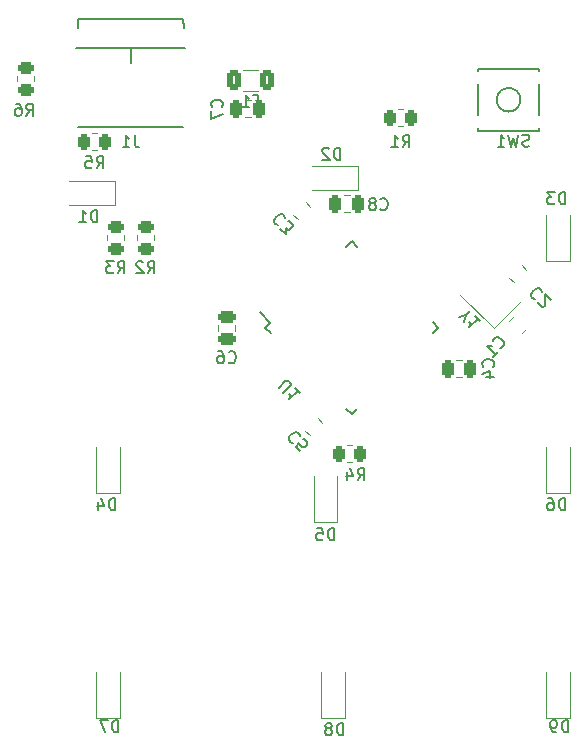
<source format=gbo>
%TF.GenerationSoftware,KiCad,Pcbnew,(6.0.10)*%
%TF.CreationDate,2023-01-30T18:20:24-07:00*%
%TF.ProjectId,nepcropad,6e657063-726f-4706-9164-2e6b69636164,rev?*%
%TF.SameCoordinates,Original*%
%TF.FileFunction,Legend,Bot*%
%TF.FilePolarity,Positive*%
%FSLAX46Y46*%
G04 Gerber Fmt 4.6, Leading zero omitted, Abs format (unit mm)*
G04 Created by KiCad (PCBNEW (6.0.10)) date 2023-01-30 18:20:24*
%MOMM*%
%LPD*%
G01*
G04 APERTURE LIST*
G04 Aperture macros list*
%AMRoundRect*
0 Rectangle with rounded corners*
0 $1 Rounding radius*
0 $2 $3 $4 $5 $6 $7 $8 $9 X,Y pos of 4 corners*
0 Add a 4 corners polygon primitive as box body*
4,1,4,$2,$3,$4,$5,$6,$7,$8,$9,$2,$3,0*
0 Add four circle primitives for the rounded corners*
1,1,$1+$1,$2,$3*
1,1,$1+$1,$4,$5*
1,1,$1+$1,$6,$7*
1,1,$1+$1,$8,$9*
0 Add four rect primitives between the rounded corners*
20,1,$1+$1,$2,$3,$4,$5,0*
20,1,$1+$1,$4,$5,$6,$7,0*
20,1,$1+$1,$6,$7,$8,$9,0*
20,1,$1+$1,$8,$9,$2,$3,0*%
%AMHorizOval*
0 Thick line with rounded ends*
0 $1 width*
0 $2 $3 position (X,Y) of the first rounded end (center of the circle)*
0 $4 $5 position (X,Y) of the second rounded end (center of the circle)*
0 Add line between two ends*
20,1,$1,$2,$3,$4,$5,0*
0 Add two circle primitives to create the rounded ends*
1,1,$1,$2,$3*
1,1,$1,$4,$5*%
%AMRotRect*
0 Rectangle, with rotation*
0 The origin of the aperture is its center*
0 $1 length*
0 $2 width*
0 $3 Rotation angle, in degrees counterclockwise*
0 Add horizontal line*
21,1,$1,$2,0,0,$3*%
G04 Aperture macros list end*
%ADD10C,0.150000*%
%ADD11C,0.120000*%
%ADD12C,1.750000*%
%ADD13C,3.987800*%
%ADD14HorizOval,2.250000X0.655001X0.730000X-0.655001X-0.730000X0*%
%ADD15C,2.250000*%
%ADD16HorizOval,2.250000X0.020000X0.290000X-0.020000X-0.290000X0*%
%ADD17RoundRect,0.250000X0.250000X0.475000X-0.250000X0.475000X-0.250000X-0.475000X0.250000X-0.475000X0*%
%ADD18R,0.900000X1.200000*%
%ADD19RoundRect,0.250000X0.450000X-0.262500X0.450000X0.262500X-0.450000X0.262500X-0.450000X-0.262500X0*%
%ADD20R,1.200000X0.900000*%
%ADD21RoundRect,0.250000X0.512652X0.159099X0.159099X0.512652X-0.512652X-0.159099X-0.159099X-0.512652X0*%
%ADD22RoundRect,0.250000X-0.450000X0.262500X-0.450000X-0.262500X0.450000X-0.262500X0.450000X0.262500X0*%
%ADD23RoundRect,0.250000X0.262500X0.450000X-0.262500X0.450000X-0.262500X-0.450000X0.262500X-0.450000X0*%
%ADD24RoundRect,0.250000X-0.375000X-0.625000X0.375000X-0.625000X0.375000X0.625000X-0.375000X0.625000X0*%
%ADD25C,0.650000*%
%ADD26O,0.900000X1.700000*%
%ADD27O,0.900000X2.400000*%
%ADD28R,1.800000X1.100000*%
%ADD29RoundRect,0.250000X-0.262500X-0.450000X0.262500X-0.450000X0.262500X0.450000X-0.262500X0.450000X0*%
%ADD30RoundRect,0.250000X-0.512652X-0.159099X-0.159099X-0.512652X0.512652X0.159099X0.159099X0.512652X0*%
%ADD31RotRect,1.500000X0.550000X315.000000*%
%ADD32RotRect,1.500000X0.550000X225.000000*%
%ADD33RoundRect,0.250000X-0.250000X-0.475000X0.250000X-0.475000X0.250000X0.475000X-0.250000X0.475000X0*%
%ADD34RotRect,1.400000X1.200000X135.000000*%
%ADD35RoundRect,0.250000X-0.159099X0.512652X-0.512652X0.159099X0.159099X-0.512652X0.512652X-0.159099X0*%
%ADD36RoundRect,0.250000X-0.475000X0.250000X-0.475000X-0.250000X0.475000X-0.250000X0.475000X0.250000X0*%
G04 APERTURE END LIST*
D10*
%TO.C,C8*%
X165927066Y-68683142D02*
X165974685Y-68730761D01*
X166117542Y-68778380D01*
X166212780Y-68778380D01*
X166355638Y-68730761D01*
X166450876Y-68635523D01*
X166498495Y-68540285D01*
X166546114Y-68349809D01*
X166546114Y-68206952D01*
X166498495Y-68016476D01*
X166450876Y-67921238D01*
X166355638Y-67826000D01*
X166212780Y-67778380D01*
X166117542Y-67778380D01*
X165974685Y-67826000D01*
X165927066Y-67873619D01*
X165355638Y-68206952D02*
X165450876Y-68159333D01*
X165498495Y-68111714D01*
X165546114Y-68016476D01*
X165546114Y-67968857D01*
X165498495Y-67873619D01*
X165450876Y-67826000D01*
X165355638Y-67778380D01*
X165165161Y-67778380D01*
X165069923Y-67826000D01*
X165022304Y-67873619D01*
X164974685Y-67968857D01*
X164974685Y-68016476D01*
X165022304Y-68111714D01*
X165069923Y-68159333D01*
X165165161Y-68206952D01*
X165355638Y-68206952D01*
X165450876Y-68254571D01*
X165498495Y-68302190D01*
X165546114Y-68397428D01*
X165546114Y-68587904D01*
X165498495Y-68683142D01*
X165450876Y-68730761D01*
X165355638Y-68778380D01*
X165165161Y-68778380D01*
X165069923Y-68730761D01*
X165022304Y-68683142D01*
X164974685Y-68587904D01*
X164974685Y-68397428D01*
X165022304Y-68302190D01*
X165069923Y-68254571D01*
X165165161Y-68206952D01*
%TO.C,D2*%
X162536095Y-64492380D02*
X162536095Y-63492380D01*
X162298000Y-63492380D01*
X162155142Y-63540000D01*
X162059904Y-63635238D01*
X162012285Y-63730476D01*
X161964666Y-63920952D01*
X161964666Y-64063809D01*
X162012285Y-64254285D01*
X162059904Y-64349523D01*
X162155142Y-64444761D01*
X162298000Y-64492380D01*
X162536095Y-64492380D01*
X161583714Y-63587619D02*
X161536095Y-63540000D01*
X161440857Y-63492380D01*
X161202761Y-63492380D01*
X161107523Y-63540000D01*
X161059904Y-63587619D01*
X161012285Y-63682857D01*
X161012285Y-63778095D01*
X161059904Y-63920952D01*
X161631333Y-64492380D01*
X161012285Y-64492380D01*
%TO.C,R6*%
X135929666Y-60777380D02*
X136263000Y-60301190D01*
X136501095Y-60777380D02*
X136501095Y-59777380D01*
X136120142Y-59777380D01*
X136024904Y-59825000D01*
X135977285Y-59872619D01*
X135929666Y-59967857D01*
X135929666Y-60110714D01*
X135977285Y-60205952D01*
X136024904Y-60253571D01*
X136120142Y-60301190D01*
X136501095Y-60301190D01*
X135072523Y-59777380D02*
X135263000Y-59777380D01*
X135358238Y-59825000D01*
X135405857Y-59872619D01*
X135501095Y-60015476D01*
X135548714Y-60205952D01*
X135548714Y-60586904D01*
X135501095Y-60682142D01*
X135453476Y-60729761D01*
X135358238Y-60777380D01*
X135167761Y-60777380D01*
X135072523Y-60729761D01*
X135024904Y-60682142D01*
X134977285Y-60586904D01*
X134977285Y-60348809D01*
X135024904Y-60253571D01*
X135072523Y-60205952D01*
X135167761Y-60158333D01*
X135358238Y-60158333D01*
X135453476Y-60205952D01*
X135501095Y-60253571D01*
X135548714Y-60348809D01*
%TO.C,D5*%
X162028095Y-96718380D02*
X162028095Y-95718380D01*
X161790000Y-95718380D01*
X161647142Y-95766000D01*
X161551904Y-95861238D01*
X161504285Y-95956476D01*
X161456666Y-96146952D01*
X161456666Y-96289809D01*
X161504285Y-96480285D01*
X161551904Y-96575523D01*
X161647142Y-96670761D01*
X161790000Y-96718380D01*
X162028095Y-96718380D01*
X160551904Y-95718380D02*
X161028095Y-95718380D01*
X161075714Y-96194571D01*
X161028095Y-96146952D01*
X160932857Y-96099333D01*
X160694761Y-96099333D01*
X160599523Y-96146952D01*
X160551904Y-96194571D01*
X160504285Y-96289809D01*
X160504285Y-96527904D01*
X160551904Y-96623142D01*
X160599523Y-96670761D01*
X160694761Y-96718380D01*
X160932857Y-96718380D01*
X161028095Y-96670761D01*
X161075714Y-96623142D01*
%TO.C,D4*%
X143486095Y-94178380D02*
X143486095Y-93178380D01*
X143248000Y-93178380D01*
X143105142Y-93226000D01*
X143009904Y-93321238D01*
X142962285Y-93416476D01*
X142914666Y-93606952D01*
X142914666Y-93749809D01*
X142962285Y-93940285D01*
X143009904Y-94035523D01*
X143105142Y-94130761D01*
X143248000Y-94178380D01*
X143486095Y-94178380D01*
X142057523Y-93511714D02*
X142057523Y-94178380D01*
X142295619Y-93130761D02*
X142533714Y-93845047D01*
X141914666Y-93845047D01*
%TO.C,C3*%
X157868687Y-69479610D02*
X157868687Y-69412267D01*
X157801343Y-69277580D01*
X157734000Y-69210236D01*
X157599312Y-69142893D01*
X157464625Y-69142893D01*
X157363610Y-69176564D01*
X157195251Y-69277580D01*
X157094236Y-69378595D01*
X156993221Y-69546954D01*
X156959549Y-69647969D01*
X156959549Y-69782656D01*
X157026893Y-69917343D01*
X157094236Y-69984687D01*
X157228923Y-70052030D01*
X157296267Y-70052030D01*
X157464625Y-70355076D02*
X157902358Y-70792809D01*
X157936030Y-70287732D01*
X158037045Y-70388748D01*
X158138061Y-70422419D01*
X158205404Y-70422419D01*
X158306419Y-70388748D01*
X158474778Y-70220389D01*
X158508450Y-70119374D01*
X158508450Y-70052030D01*
X158474778Y-69951015D01*
X158272748Y-69748984D01*
X158171732Y-69715312D01*
X158104389Y-69715312D01*
%TO.C,D6*%
X181586095Y-94178380D02*
X181586095Y-93178380D01*
X181348000Y-93178380D01*
X181205142Y-93226000D01*
X181109904Y-93321238D01*
X181062285Y-93416476D01*
X181014666Y-93606952D01*
X181014666Y-93749809D01*
X181062285Y-93940285D01*
X181109904Y-94035523D01*
X181205142Y-94130761D01*
X181348000Y-94178380D01*
X181586095Y-94178380D01*
X180157523Y-93178380D02*
X180348000Y-93178380D01*
X180443238Y-93226000D01*
X180490857Y-93273619D01*
X180586095Y-93416476D01*
X180633714Y-93606952D01*
X180633714Y-93987904D01*
X180586095Y-94083142D01*
X180538476Y-94130761D01*
X180443238Y-94178380D01*
X180252761Y-94178380D01*
X180157523Y-94130761D01*
X180109904Y-94083142D01*
X180062285Y-93987904D01*
X180062285Y-93749809D01*
X180109904Y-93654571D01*
X180157523Y-93606952D01*
X180252761Y-93559333D01*
X180443238Y-93559333D01*
X180538476Y-93606952D01*
X180586095Y-93654571D01*
X180633714Y-93749809D01*
%TO.C,R2*%
X146216666Y-74112380D02*
X146550000Y-73636190D01*
X146788095Y-74112380D02*
X146788095Y-73112380D01*
X146407142Y-73112380D01*
X146311904Y-73160000D01*
X146264285Y-73207619D01*
X146216666Y-73302857D01*
X146216666Y-73445714D01*
X146264285Y-73540952D01*
X146311904Y-73588571D01*
X146407142Y-73636190D01*
X146788095Y-73636190D01*
X145835714Y-73207619D02*
X145788095Y-73160000D01*
X145692857Y-73112380D01*
X145454761Y-73112380D01*
X145359523Y-73160000D01*
X145311904Y-73207619D01*
X145264285Y-73302857D01*
X145264285Y-73398095D01*
X145311904Y-73540952D01*
X145883333Y-74112380D01*
X145264285Y-74112380D01*
%TO.C,D7*%
X143740095Y-112974380D02*
X143740095Y-111974380D01*
X143502000Y-111974380D01*
X143359142Y-112022000D01*
X143263904Y-112117238D01*
X143216285Y-112212476D01*
X143168666Y-112402952D01*
X143168666Y-112545809D01*
X143216285Y-112736285D01*
X143263904Y-112831523D01*
X143359142Y-112926761D01*
X143502000Y-112974380D01*
X143740095Y-112974380D01*
X142835333Y-111974380D02*
X142168666Y-111974380D01*
X142597238Y-112974380D01*
%TO.C,R5*%
X141898666Y-65222380D02*
X142232000Y-64746190D01*
X142470095Y-65222380D02*
X142470095Y-64222380D01*
X142089142Y-64222380D01*
X141993904Y-64270000D01*
X141946285Y-64317619D01*
X141898666Y-64412857D01*
X141898666Y-64555714D01*
X141946285Y-64650952D01*
X141993904Y-64698571D01*
X142089142Y-64746190D01*
X142470095Y-64746190D01*
X140993904Y-64222380D02*
X141470095Y-64222380D01*
X141517714Y-64698571D01*
X141470095Y-64650952D01*
X141374857Y-64603333D01*
X141136761Y-64603333D01*
X141041523Y-64650952D01*
X140993904Y-64698571D01*
X140946285Y-64793809D01*
X140946285Y-65031904D01*
X140993904Y-65127142D01*
X141041523Y-65174761D01*
X141136761Y-65222380D01*
X141374857Y-65222380D01*
X141470095Y-65174761D01*
X141517714Y-65127142D01*
%TO.C,R3*%
X143676666Y-74112380D02*
X144010000Y-73636190D01*
X144248095Y-74112380D02*
X144248095Y-73112380D01*
X143867142Y-73112380D01*
X143771904Y-73160000D01*
X143724285Y-73207619D01*
X143676666Y-73302857D01*
X143676666Y-73445714D01*
X143724285Y-73540952D01*
X143771904Y-73588571D01*
X143867142Y-73636190D01*
X144248095Y-73636190D01*
X143343333Y-73112380D02*
X142724285Y-73112380D01*
X143057619Y-73493333D01*
X142914761Y-73493333D01*
X142819523Y-73540952D01*
X142771904Y-73588571D01*
X142724285Y-73683809D01*
X142724285Y-73921904D01*
X142771904Y-74017142D01*
X142819523Y-74064761D01*
X142914761Y-74112380D01*
X143200476Y-74112380D01*
X143295714Y-74064761D01*
X143343333Y-74017142D01*
%TO.C,F1*%
X155273333Y-59533571D02*
X155606666Y-59533571D01*
X155606666Y-60057380D02*
X155606666Y-59057380D01*
X155130476Y-59057380D01*
X154225714Y-60057380D02*
X154797142Y-60057380D01*
X154511428Y-60057380D02*
X154511428Y-59057380D01*
X154606666Y-59200238D01*
X154701904Y-59295476D01*
X154797142Y-59343095D01*
%TO.C,J1*%
X145113333Y-62444380D02*
X145113333Y-63158666D01*
X145160952Y-63301523D01*
X145256190Y-63396761D01*
X145399047Y-63444380D01*
X145494285Y-63444380D01*
X144113333Y-63444380D02*
X144684761Y-63444380D01*
X144399047Y-63444380D02*
X144399047Y-62444380D01*
X144494285Y-62587238D01*
X144589523Y-62682476D01*
X144684761Y-62730095D01*
%TO.C,SW1*%
X178523733Y-63345961D02*
X178380876Y-63393580D01*
X178142780Y-63393580D01*
X178047542Y-63345961D01*
X177999923Y-63298342D01*
X177952304Y-63203104D01*
X177952304Y-63107866D01*
X177999923Y-63012628D01*
X178047542Y-62965009D01*
X178142780Y-62917390D01*
X178333257Y-62869771D01*
X178428495Y-62822152D01*
X178476114Y-62774533D01*
X178523733Y-62679295D01*
X178523733Y-62584057D01*
X178476114Y-62488819D01*
X178428495Y-62441200D01*
X178333257Y-62393580D01*
X178095161Y-62393580D01*
X177952304Y-62441200D01*
X177618971Y-62393580D02*
X177380876Y-63393580D01*
X177190400Y-62679295D01*
X176999923Y-63393580D01*
X176761828Y-62393580D01*
X175857066Y-63393580D02*
X176428495Y-63393580D01*
X176142780Y-63393580D02*
X176142780Y-62393580D01*
X176238019Y-62536438D01*
X176333257Y-62631676D01*
X176428495Y-62679295D01*
%TO.C,C7*%
X152503142Y-60031333D02*
X152550761Y-59983714D01*
X152598380Y-59840857D01*
X152598380Y-59745619D01*
X152550761Y-59602761D01*
X152455523Y-59507523D01*
X152360285Y-59459904D01*
X152169809Y-59412285D01*
X152026952Y-59412285D01*
X151836476Y-59459904D01*
X151741238Y-59507523D01*
X151646000Y-59602761D01*
X151598380Y-59745619D01*
X151598380Y-59840857D01*
X151646000Y-59983714D01*
X151693619Y-60031333D01*
X151598380Y-60364666D02*
X151598380Y-61031333D01*
X152598380Y-60602761D01*
%TO.C,R1*%
X167806666Y-63444380D02*
X168140000Y-62968190D01*
X168378095Y-63444380D02*
X168378095Y-62444380D01*
X167997142Y-62444380D01*
X167901904Y-62492000D01*
X167854285Y-62539619D01*
X167806666Y-62634857D01*
X167806666Y-62777714D01*
X167854285Y-62872952D01*
X167901904Y-62920571D01*
X167997142Y-62968190D01*
X168378095Y-62968190D01*
X166854285Y-63444380D02*
X167425714Y-63444380D01*
X167140000Y-63444380D02*
X167140000Y-62444380D01*
X167235238Y-62587238D01*
X167330476Y-62682476D01*
X167425714Y-62730095D01*
%TO.C,D1*%
X141962095Y-69794380D02*
X141962095Y-68794380D01*
X141724000Y-68794380D01*
X141581142Y-68842000D01*
X141485904Y-68937238D01*
X141438285Y-69032476D01*
X141390666Y-69222952D01*
X141390666Y-69365809D01*
X141438285Y-69556285D01*
X141485904Y-69651523D01*
X141581142Y-69746761D01*
X141724000Y-69794380D01*
X141962095Y-69794380D01*
X140438285Y-69794380D02*
X141009714Y-69794380D01*
X140724000Y-69794380D02*
X140724000Y-68794380D01*
X140819238Y-68937238D01*
X140914476Y-69032476D01*
X141009714Y-69080095D01*
%TO.C,D3*%
X181586095Y-68270380D02*
X181586095Y-67270380D01*
X181348000Y-67270380D01*
X181205142Y-67318000D01*
X181109904Y-67413238D01*
X181062285Y-67508476D01*
X181014666Y-67698952D01*
X181014666Y-67841809D01*
X181062285Y-68032285D01*
X181109904Y-68127523D01*
X181205142Y-68222761D01*
X181348000Y-68270380D01*
X181586095Y-68270380D01*
X180681333Y-67270380D02*
X180062285Y-67270380D01*
X180395619Y-67651333D01*
X180252761Y-67651333D01*
X180157523Y-67698952D01*
X180109904Y-67746571D01*
X180062285Y-67841809D01*
X180062285Y-68079904D01*
X180109904Y-68175142D01*
X180157523Y-68222761D01*
X180252761Y-68270380D01*
X180538476Y-68270380D01*
X180633714Y-68222761D01*
X180681333Y-68175142D01*
%TO.C,C5*%
X159087887Y-87920010D02*
X159087887Y-87852667D01*
X159020543Y-87717980D01*
X158953200Y-87650636D01*
X158818512Y-87583293D01*
X158683825Y-87583293D01*
X158582810Y-87616964D01*
X158414451Y-87717980D01*
X158313436Y-87818995D01*
X158212421Y-87987354D01*
X158178749Y-88088369D01*
X158178749Y-88223056D01*
X158246093Y-88357743D01*
X158313436Y-88425087D01*
X158448123Y-88492430D01*
X158515467Y-88492430D01*
X159087887Y-89199537D02*
X158751169Y-88862819D01*
X159054215Y-88492430D01*
X159054215Y-88559774D01*
X159087887Y-88660789D01*
X159256245Y-88829148D01*
X159357261Y-88862819D01*
X159424604Y-88862819D01*
X159525619Y-88829148D01*
X159693978Y-88660789D01*
X159727650Y-88559774D01*
X159727650Y-88492430D01*
X159693978Y-88391415D01*
X159525619Y-88223056D01*
X159424604Y-88189384D01*
X159357261Y-88189384D01*
%TO.C,U1*%
X157318580Y-83856423D02*
X157891000Y-83284003D01*
X157992015Y-83250331D01*
X158059359Y-83250331D01*
X158160374Y-83284003D01*
X158295061Y-83418690D01*
X158328733Y-83519705D01*
X158328733Y-83587049D01*
X158295061Y-83688064D01*
X157722641Y-84260484D01*
X159136855Y-84260484D02*
X158732794Y-83856423D01*
X158934824Y-84058453D02*
X158227718Y-84765560D01*
X158261389Y-84597201D01*
X158261389Y-84462514D01*
X158227718Y-84361499D01*
%TO.C,C4*%
X175464742Y-82027733D02*
X175512361Y-81980114D01*
X175559980Y-81837257D01*
X175559980Y-81742019D01*
X175512361Y-81599161D01*
X175417123Y-81503923D01*
X175321885Y-81456304D01*
X175131409Y-81408685D01*
X174988552Y-81408685D01*
X174798076Y-81456304D01*
X174702838Y-81503923D01*
X174607600Y-81599161D01*
X174559980Y-81742019D01*
X174559980Y-81837257D01*
X174607600Y-81980114D01*
X174655219Y-82027733D01*
X174893314Y-82884876D02*
X175559980Y-82884876D01*
X174512361Y-82646780D02*
X175226647Y-82408685D01*
X175226647Y-83027733D01*
%TO.C,D8*%
X162790095Y-113228380D02*
X162790095Y-112228380D01*
X162552000Y-112228380D01*
X162409142Y-112276000D01*
X162313904Y-112371238D01*
X162266285Y-112466476D01*
X162218666Y-112656952D01*
X162218666Y-112799809D01*
X162266285Y-112990285D01*
X162313904Y-113085523D01*
X162409142Y-113180761D01*
X162552000Y-113228380D01*
X162790095Y-113228380D01*
X161647238Y-112656952D02*
X161742476Y-112609333D01*
X161790095Y-112561714D01*
X161837714Y-112466476D01*
X161837714Y-112418857D01*
X161790095Y-112323619D01*
X161742476Y-112276000D01*
X161647238Y-112228380D01*
X161456761Y-112228380D01*
X161361523Y-112276000D01*
X161313904Y-112323619D01*
X161266285Y-112418857D01*
X161266285Y-112466476D01*
X161313904Y-112561714D01*
X161361523Y-112609333D01*
X161456761Y-112656952D01*
X161647238Y-112656952D01*
X161742476Y-112704571D01*
X161790095Y-112752190D01*
X161837714Y-112847428D01*
X161837714Y-113037904D01*
X161790095Y-113133142D01*
X161742476Y-113180761D01*
X161647238Y-113228380D01*
X161456761Y-113228380D01*
X161361523Y-113180761D01*
X161313904Y-113133142D01*
X161266285Y-113037904D01*
X161266285Y-112847428D01*
X161313904Y-112752190D01*
X161361523Y-112704571D01*
X161456761Y-112656952D01*
%TO.C,C2*%
X179601896Y-75741447D02*
X179601896Y-75674104D01*
X179534552Y-75539417D01*
X179467209Y-75472073D01*
X179332521Y-75404730D01*
X179197834Y-75404730D01*
X179096819Y-75438401D01*
X178928460Y-75539417D01*
X178827445Y-75640432D01*
X178726430Y-75808791D01*
X178692758Y-75909806D01*
X178692758Y-76044493D01*
X178760102Y-76179180D01*
X178827445Y-76246524D01*
X178962132Y-76313867D01*
X179029476Y-76313867D01*
X179298850Y-76583241D02*
X179298850Y-76650585D01*
X179332521Y-76751600D01*
X179500880Y-76919959D01*
X179601896Y-76953630D01*
X179669239Y-76953630D01*
X179770254Y-76919959D01*
X179837598Y-76852615D01*
X179904941Y-76717928D01*
X179904941Y-75909806D01*
X180342674Y-76347539D01*
%TO.C,Y1*%
X173179246Y-77658118D02*
X173515964Y-77321400D01*
X172573155Y-77792805D02*
X173179246Y-77658118D01*
X173044559Y-78264209D01*
X174357757Y-78163194D02*
X173953696Y-77759133D01*
X174155727Y-77961164D02*
X173448620Y-78668270D01*
X173482292Y-78499912D01*
X173482292Y-78365225D01*
X173448620Y-78264209D01*
%TO.C,R4*%
X163996666Y-91638380D02*
X164330000Y-91162190D01*
X164568095Y-91638380D02*
X164568095Y-90638380D01*
X164187142Y-90638380D01*
X164091904Y-90686000D01*
X164044285Y-90733619D01*
X163996666Y-90828857D01*
X163996666Y-90971714D01*
X164044285Y-91066952D01*
X164091904Y-91114571D01*
X164187142Y-91162190D01*
X164568095Y-91162190D01*
X163139523Y-90971714D02*
X163139523Y-91638380D01*
X163377619Y-90590761D02*
X163615714Y-91305047D01*
X162996666Y-91305047D01*
%TO.C,C1*%
X176062355Y-80452094D02*
X176129698Y-80452094D01*
X176264385Y-80384750D01*
X176331729Y-80317407D01*
X176399072Y-80182719D01*
X176399072Y-80048032D01*
X176365401Y-79947017D01*
X176264385Y-79778658D01*
X176163370Y-79677643D01*
X175995011Y-79576628D01*
X175893996Y-79542956D01*
X175759309Y-79542956D01*
X175624622Y-79610300D01*
X175557278Y-79677643D01*
X175489935Y-79812330D01*
X175489935Y-79879674D01*
X175456263Y-81192872D02*
X175860324Y-80788811D01*
X175658294Y-80990842D02*
X174951187Y-80283735D01*
X175119546Y-80317407D01*
X175254233Y-80317407D01*
X175355248Y-80283735D01*
%TO.C,C6*%
X153074666Y-81637142D02*
X153122285Y-81684761D01*
X153265142Y-81732380D01*
X153360380Y-81732380D01*
X153503238Y-81684761D01*
X153598476Y-81589523D01*
X153646095Y-81494285D01*
X153693714Y-81303809D01*
X153693714Y-81160952D01*
X153646095Y-80970476D01*
X153598476Y-80875238D01*
X153503238Y-80780000D01*
X153360380Y-80732380D01*
X153265142Y-80732380D01*
X153122285Y-80780000D01*
X153074666Y-80827619D01*
X152217523Y-80732380D02*
X152408000Y-80732380D01*
X152503238Y-80780000D01*
X152550857Y-80827619D01*
X152646095Y-80970476D01*
X152693714Y-81160952D01*
X152693714Y-81541904D01*
X152646095Y-81637142D01*
X152598476Y-81684761D01*
X152503238Y-81732380D01*
X152312761Y-81732380D01*
X152217523Y-81684761D01*
X152169904Y-81637142D01*
X152122285Y-81541904D01*
X152122285Y-81303809D01*
X152169904Y-81208571D01*
X152217523Y-81160952D01*
X152312761Y-81113333D01*
X152503238Y-81113333D01*
X152598476Y-81160952D01*
X152646095Y-81208571D01*
X152693714Y-81303809D01*
%TO.C,D9*%
X181840095Y-112974380D02*
X181840095Y-111974380D01*
X181602000Y-111974380D01*
X181459142Y-112022000D01*
X181363904Y-112117238D01*
X181316285Y-112212476D01*
X181268666Y-112402952D01*
X181268666Y-112545809D01*
X181316285Y-112736285D01*
X181363904Y-112831523D01*
X181459142Y-112926761D01*
X181602000Y-112974380D01*
X181840095Y-112974380D01*
X180792476Y-112974380D02*
X180602000Y-112974380D01*
X180506761Y-112926761D01*
X180459142Y-112879142D01*
X180363904Y-112736285D01*
X180316285Y-112545809D01*
X180316285Y-112164857D01*
X180363904Y-112069619D01*
X180411523Y-112022000D01*
X180506761Y-111974380D01*
X180697238Y-111974380D01*
X180792476Y-112022000D01*
X180840095Y-112069619D01*
X180887714Y-112164857D01*
X180887714Y-112402952D01*
X180840095Y-112498190D01*
X180792476Y-112545809D01*
X180697238Y-112593428D01*
X180506761Y-112593428D01*
X180411523Y-112545809D01*
X180363904Y-112498190D01*
X180316285Y-112402952D01*
D11*
%TO.C,C8*%
X163329252Y-67489400D02*
X162806748Y-67489400D01*
X163329252Y-68959400D02*
X162806748Y-68959400D01*
%TO.C,D2*%
X164048000Y-65040000D02*
X164048000Y-67040000D01*
X164048000Y-65040000D02*
X160148000Y-65040000D01*
X164048000Y-67040000D02*
X160148000Y-67040000D01*
%TO.C,R6*%
X135155000Y-57885064D02*
X135155000Y-57430936D01*
X136625000Y-57885064D02*
X136625000Y-57430936D01*
%TO.C,D5*%
X160290000Y-95214000D02*
X160290000Y-91314000D01*
X162290000Y-95214000D02*
X162290000Y-91314000D01*
X162290000Y-95214000D02*
X160290000Y-95214000D01*
%TO.C,D4*%
X143875000Y-92737500D02*
X143875000Y-88837500D01*
X143875000Y-92737500D02*
X141875000Y-92737500D01*
X141875000Y-92737500D02*
X141875000Y-88837500D01*
%TO.C,C3*%
X159962457Y-68499010D02*
X159592990Y-68129543D01*
X158923010Y-69538457D02*
X158553543Y-69168990D01*
%TO.C,D6*%
X181975000Y-92737500D02*
X181975000Y-88837500D01*
X181975000Y-92737500D02*
X179975000Y-92737500D01*
X179975000Y-92737500D02*
X179975000Y-88837500D01*
%TO.C,R2*%
X146785000Y-70892936D02*
X146785000Y-71347064D01*
X145315000Y-70892936D02*
X145315000Y-71347064D01*
%TO.C,D7*%
X143875000Y-111787500D02*
X143875000Y-107887500D01*
X143875000Y-111787500D02*
X141875000Y-111787500D01*
X141875000Y-111787500D02*
X141875000Y-107887500D01*
%TO.C,R5*%
X141959064Y-62257000D02*
X141504936Y-62257000D01*
X141959064Y-63727000D02*
X141504936Y-63727000D01*
%TO.C,R3*%
X142775000Y-70892936D02*
X142775000Y-71347064D01*
X144245000Y-70892936D02*
X144245000Y-71347064D01*
%TO.C,F1*%
X154337936Y-56875000D02*
X155542064Y-56875000D01*
X154337936Y-58695000D02*
X155542064Y-58695000D01*
D10*
%TO.C,J1*%
X140155000Y-55075000D02*
X149405000Y-55075000D01*
X149260000Y-53325000D02*
X149255000Y-52565000D01*
X140305000Y-52565000D02*
X140300000Y-53325000D01*
X140305000Y-61735000D02*
X149255000Y-61735000D01*
X144780000Y-55075000D02*
X144780000Y-56345000D01*
X140305000Y-52565000D02*
X149255000Y-52565000D01*
%TO.C,SW1*%
X174184000Y-62036000D02*
X179384000Y-62036000D01*
X179384000Y-56836000D02*
X174184000Y-56836000D01*
X179384000Y-62036000D02*
X179384000Y-56836000D01*
X174184000Y-56836000D02*
X174184000Y-62036000D01*
X177784000Y-59436000D02*
G75*
G03*
X177784000Y-59436000I-1000000J0D01*
G01*
D11*
%TO.C,C7*%
X154947252Y-60933000D02*
X154424748Y-60933000D01*
X154947252Y-59463000D02*
X154424748Y-59463000D01*
%TO.C,R1*%
X167412936Y-60225000D02*
X167867064Y-60225000D01*
X167412936Y-61695000D02*
X167867064Y-61695000D01*
%TO.C,D1*%
X143474000Y-66310000D02*
X143474000Y-68310000D01*
X143474000Y-68310000D02*
X139574000Y-68310000D01*
X143474000Y-66310000D02*
X139574000Y-66310000D01*
%TO.C,D3*%
X181975000Y-73116000D02*
X181975000Y-69216000D01*
X181975000Y-73116000D02*
X179975000Y-73116000D01*
X179975000Y-73116000D02*
X179975000Y-69216000D01*
%TO.C,C5*%
X160608990Y-86417543D02*
X160978457Y-86787010D01*
X159569543Y-87456990D02*
X159939010Y-87826457D01*
D10*
%TO.C,U1*%
X163512500Y-71421445D02*
X163035203Y-71898742D01*
X163512500Y-86058555D02*
X163035203Y-85581258D01*
X170831055Y-78740000D02*
X170353758Y-78262703D01*
X163512500Y-86058555D02*
X163989797Y-85581258D01*
X156600531Y-78333414D02*
X155698970Y-77431852D01*
X156193945Y-78740000D02*
X156671242Y-79217297D01*
X156193945Y-78740000D02*
X156600531Y-78333414D01*
X163512500Y-71421445D02*
X163989797Y-71898742D01*
X170831055Y-78740000D02*
X170353758Y-79217297D01*
D11*
%TO.C,C4*%
X172306348Y-81459400D02*
X172828852Y-81459400D01*
X172306348Y-82929400D02*
X172828852Y-82929400D01*
%TO.C,D8*%
X162925000Y-111787500D02*
X160925000Y-111787500D01*
X162925000Y-111787500D02*
X162925000Y-107887500D01*
X160925000Y-111787500D02*
X160925000Y-107887500D01*
%TO.C,C2*%
X178250457Y-73833010D02*
X177880990Y-73463543D01*
X177211010Y-74872457D02*
X176841543Y-74502990D01*
%TO.C,Y1*%
X177840940Y-76447487D02*
X175507487Y-78780940D01*
X175507487Y-78780940D02*
X172679060Y-75952513D01*
%TO.C,R4*%
X163094936Y-90143000D02*
X163549064Y-90143000D01*
X163094936Y-88673000D02*
X163549064Y-88673000D01*
%TO.C,C1*%
X178250457Y-78820990D02*
X177880990Y-79190457D01*
X177211010Y-77781543D02*
X176841543Y-78151010D01*
%TO.C,C6*%
X153643000Y-78478748D02*
X153643000Y-79001252D01*
X152173000Y-78478748D02*
X152173000Y-79001252D01*
%TO.C,D9*%
X179975000Y-111787500D02*
X179975000Y-107887500D01*
X181975000Y-111787500D02*
X181975000Y-107887500D01*
X181975000Y-111787500D02*
X179975000Y-111787500D01*
%TD*%
%LPC*%
D12*
%TO.C,MX7*%
X129857500Y-109537500D03*
X140017500Y-109537500D03*
D13*
X134937500Y-109537500D03*
D14*
X131782501Y-106267500D03*
D15*
X132437500Y-105537500D03*
X137477500Y-104457500D03*
D16*
X137457500Y-104747500D03*
%TD*%
D12*
%TO.C,MX4*%
X140017500Y-90487500D03*
D13*
X134937500Y-90487500D03*
D12*
X129857500Y-90487500D03*
D15*
X132437500Y-86487500D03*
D14*
X131782501Y-87217500D03*
D16*
X137457500Y-85697500D03*
D15*
X137477500Y-85407500D03*
%TD*%
D13*
%TO.C,MX6*%
X173037500Y-90487500D03*
D12*
X167957500Y-90487500D03*
X178117500Y-90487500D03*
D15*
X170537500Y-86487500D03*
D14*
X169882501Y-87217500D03*
D16*
X175557500Y-85697500D03*
D15*
X175577500Y-85407500D03*
%TD*%
D13*
%TO.C,MX8*%
X153987500Y-109537500D03*
D12*
X159067500Y-109537500D03*
X148907500Y-109537500D03*
D14*
X150832501Y-106267500D03*
D15*
X151487500Y-105537500D03*
X156527500Y-104457500D03*
D16*
X156507500Y-104747500D03*
%TD*%
D12*
%TO.C,MX2*%
X148907500Y-71437500D03*
D13*
X153987500Y-71437500D03*
D12*
X159067500Y-71437500D03*
D14*
X150832501Y-68167500D03*
D15*
X151487500Y-67437500D03*
X156527500Y-66357500D03*
D16*
X156507500Y-66647500D03*
%TD*%
D12*
%TO.C,MX3*%
X178117500Y-71437500D03*
D13*
X173037500Y-71437500D03*
D12*
X167957500Y-71437500D03*
D15*
X170537500Y-67437500D03*
D14*
X169882501Y-68167500D03*
D16*
X175557500Y-66647500D03*
D15*
X175577500Y-66357500D03*
%TD*%
D12*
%TO.C,MX1*%
X140017500Y-71437500D03*
X129857500Y-71437500D03*
D13*
X134937500Y-71437500D03*
D14*
X131782501Y-68167500D03*
D15*
X132437500Y-67437500D03*
X137477500Y-66357500D03*
D16*
X137457500Y-66647500D03*
%TD*%
D13*
%TO.C,MX9*%
X173037500Y-109537500D03*
D12*
X167957500Y-109537500D03*
X178117500Y-109537500D03*
D14*
X169882501Y-106267500D03*
D15*
X170537500Y-105537500D03*
D16*
X175557500Y-104747500D03*
D15*
X175577500Y-104457500D03*
%TD*%
D12*
%TO.C,MX5*%
X148907500Y-90487500D03*
X159067500Y-90487500D03*
D13*
X153987500Y-90487500D03*
D14*
X150832501Y-87217500D03*
D15*
X151487500Y-86487500D03*
X156527500Y-85407500D03*
D16*
X156507500Y-85697500D03*
%TD*%
D17*
%TO.C,C8*%
X164018000Y-68224400D03*
X162118000Y-68224400D03*
%TD*%
D18*
%TO.C,D2*%
X163448000Y-66040000D03*
X160148000Y-66040000D03*
%TD*%
D19*
%TO.C,R6*%
X135890000Y-58570500D03*
X135890000Y-56745500D03*
%TD*%
D20*
%TO.C,D5*%
X161290000Y-94614000D03*
X161290000Y-91314000D03*
%TD*%
%TO.C,D4*%
X142875000Y-92137500D03*
X142875000Y-88837500D03*
%TD*%
D21*
%TO.C,C3*%
X159929751Y-69505751D03*
X158586249Y-68162249D03*
%TD*%
D20*
%TO.C,D6*%
X180975000Y-92137500D03*
X180975000Y-88837500D03*
%TD*%
D22*
%TO.C,R2*%
X146050000Y-70207500D03*
X146050000Y-72032500D03*
%TD*%
D20*
%TO.C,D7*%
X142875000Y-111187500D03*
X142875000Y-107887500D03*
%TD*%
D23*
%TO.C,R5*%
X142644500Y-62992000D03*
X140819500Y-62992000D03*
%TD*%
D22*
%TO.C,R3*%
X143510000Y-70207500D03*
X143510000Y-72032500D03*
%TD*%
D24*
%TO.C,F1*%
X153540000Y-57785000D03*
X156340000Y-57785000D03*
%TD*%
D25*
%TO.C,J1*%
X141805000Y-61175000D03*
X142655000Y-61175000D03*
X143505000Y-61175000D03*
X144355000Y-61175000D03*
X145205000Y-61175000D03*
X146055000Y-61175000D03*
X146905000Y-61175000D03*
X147755000Y-61175000D03*
X147760000Y-59850000D03*
X146910000Y-59850000D03*
X146060000Y-59850000D03*
X145210000Y-59850000D03*
X144360000Y-59850000D03*
X143510000Y-59850000D03*
X142660000Y-59850000D03*
X141805000Y-59850000D03*
D26*
X140455000Y-56815000D03*
D27*
X149105000Y-60195000D03*
X140455000Y-60195000D03*
D26*
X149105000Y-56815000D03*
%TD*%
D28*
%TO.C,SW1*%
X173684000Y-61286000D03*
X179884000Y-57586000D03*
X173684000Y-57586000D03*
X179884000Y-61286000D03*
%TD*%
D17*
%TO.C,C7*%
X155636000Y-60198000D03*
X153736000Y-60198000D03*
%TD*%
D29*
%TO.C,R1*%
X166727500Y-60960000D03*
X168552500Y-60960000D03*
%TD*%
D18*
%TO.C,D1*%
X142874000Y-67310000D03*
X139574000Y-67310000D03*
%TD*%
D20*
%TO.C,D3*%
X180975000Y-72516000D03*
X180975000Y-69216000D03*
%TD*%
D30*
%TO.C,C5*%
X159602249Y-86450249D03*
X160945751Y-87793751D03*
%TD*%
D31*
%TO.C,U1*%
X156653564Y-77537918D03*
X157219250Y-76972233D03*
X157784935Y-76406548D03*
X158350620Y-75840862D03*
X158916306Y-75275177D03*
X159481991Y-74709491D03*
X160047677Y-74143806D03*
X160613362Y-73578120D03*
X161179048Y-73012435D03*
X161744733Y-72446750D03*
X162310418Y-71881064D03*
D32*
X164714582Y-71881064D03*
X165280267Y-72446750D03*
X165845952Y-73012435D03*
X166411638Y-73578120D03*
X166977323Y-74143806D03*
X167543009Y-74709491D03*
X168108694Y-75275177D03*
X168674380Y-75840862D03*
X169240065Y-76406548D03*
X169805750Y-76972233D03*
X170371436Y-77537918D03*
D31*
X170371436Y-79942082D03*
X169805750Y-80507767D03*
X169240065Y-81073452D03*
X168674380Y-81639138D03*
X168108694Y-82204823D03*
X167543009Y-82770509D03*
X166977323Y-83336194D03*
X166411638Y-83901880D03*
X165845952Y-84467565D03*
X165280267Y-85033250D03*
X164714582Y-85598936D03*
D32*
X162310418Y-85598936D03*
X161744733Y-85033250D03*
X161179048Y-84467565D03*
X160613362Y-83901880D03*
X160047677Y-83336194D03*
X159481991Y-82770509D03*
X158916306Y-82204823D03*
X158350620Y-81639138D03*
X157784935Y-81073452D03*
X157219250Y-80507767D03*
X156653564Y-79942082D03*
%TD*%
D33*
%TO.C,C4*%
X171617600Y-82194400D03*
X173517600Y-82194400D03*
%TD*%
D20*
%TO.C,D8*%
X161925000Y-111187500D03*
X161925000Y-107887500D03*
%TD*%
D21*
%TO.C,C2*%
X178217751Y-74839751D03*
X176874249Y-73496249D03*
%TD*%
D34*
%TO.C,Y1*%
X175436777Y-77578858D03*
X173881142Y-76023223D03*
X175083223Y-74821142D03*
X176638858Y-76376777D03*
%TD*%
D29*
%TO.C,R4*%
X162409500Y-89408000D03*
X164234500Y-89408000D03*
%TD*%
D35*
%TO.C,C1*%
X178217751Y-77814249D03*
X176874249Y-79157751D03*
%TD*%
D36*
%TO.C,C6*%
X152908000Y-77790000D03*
X152908000Y-79690000D03*
%TD*%
D20*
%TO.C,D9*%
X180975000Y-111187500D03*
X180975000Y-107887500D03*
%TD*%
M02*

</source>
